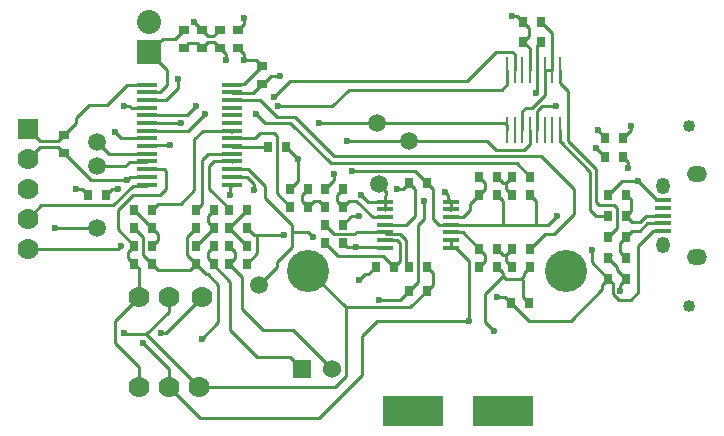
<source format=gbr>
G04 #@! TF.FileFunction,Copper,L1,Top,Signal*
%FSLAX46Y46*%
G04 Gerber Fmt 4.6, Leading zero omitted, Abs format (unit mm)*
G04 Created by KiCad (PCBNEW 4.0.1-stable) date 7/8/2016 12:08:03 PM*
%MOMM*%
G01*
G04 APERTURE LIST*
%ADD10C,0.100000*%
%ADD11C,3.556000*%
%ADD12R,0.254000X2.200000*%
%ADD13R,0.787400X0.863600*%
%ADD14C,1.016000*%
%ADD15R,1.778000X1.778000*%
%ADD16C,1.778000*%
%ADD17R,0.863600X0.787400*%
%ADD18R,1.750000X0.400000*%
%ADD19O,1.150000X1.400000*%
%ADD20O,1.700000X1.325000*%
%ADD21R,1.350000X0.400000*%
%ADD22C,1.500000*%
%ADD23R,1.397000X0.431800*%
%ADD24R,2.032000X2.032000*%
%ADD25O,2.032000X2.032000*%
%ADD26R,5.080000X2.540000*%
%ADD27R,1.524000X1.524000*%
%ADD28C,1.524000*%
%ADD29C,0.600000*%
%ADD30C,0.250000*%
G04 APERTURE END LIST*
D10*
D11*
X17526000Y-4699000D03*
D12*
X12509500Y12319000D03*
X12509500Y7239000D03*
X13144500Y12319000D03*
X13144500Y7239000D03*
X13779500Y12319000D03*
X13779500Y7239000D03*
X14414500Y12319000D03*
X14414500Y7239000D03*
X15049500Y12319000D03*
X15049500Y7239000D03*
X15684500Y12319000D03*
X15684500Y7239000D03*
X16319500Y12319000D03*
X16319500Y7239000D03*
X16954500Y12319000D03*
X16954500Y7239000D03*
D13*
X21082000Y-5334000D03*
X22606000Y-5334000D03*
D14*
X27940000Y7620000D03*
D13*
X-7747000Y5842000D03*
X-6223000Y5842000D03*
X22606000Y-3556000D03*
X21082000Y-3556000D03*
X-1397000Y2286000D03*
X-2921000Y2286000D03*
X22606000Y1778000D03*
X21082000Y1778000D03*
X-17526000Y-1016000D03*
X-19050000Y-1016000D03*
X15367000Y16383000D03*
X13843000Y16383000D03*
D15*
X-28067000Y7366000D03*
D16*
X-28067000Y4826000D03*
X-28067000Y2286000D03*
X-28067000Y-254000D03*
X-28067000Y-2794000D03*
X-18669000Y-14478000D03*
X-16129000Y-14478000D03*
X-13589000Y-14478000D03*
X-13335000Y-6858000D03*
X-16129000Y-6858000D03*
X-18669000Y-6858000D03*
D17*
X-25019000Y6858000D03*
X-25019000Y5334000D03*
D13*
X-1397000Y-2286000D03*
X-2921000Y-2286000D03*
X-2921000Y-762000D03*
X-1397000Y-762000D03*
X5715000Y-4318000D03*
X4191000Y-4318000D03*
X1397000Y-4318000D03*
X2921000Y-4318000D03*
X-19050000Y508000D03*
X-17526000Y508000D03*
X-1397000Y762000D03*
X-2921000Y762000D03*
X12954000Y-2794000D03*
X14478000Y-2794000D03*
X21082000Y-1778000D03*
X22606000Y-1778000D03*
X21082000Y0D03*
X22606000Y0D03*
X10160000Y3302000D03*
X11684000Y3302000D03*
X4191000Y-6350000D03*
X5715000Y-6350000D03*
D18*
X-17951000Y11083000D03*
X-17951000Y10433000D03*
X-17951000Y9783000D03*
X-17951000Y9133000D03*
X-17951000Y8483000D03*
X-17951000Y7833000D03*
X-17951000Y7183000D03*
X-17951000Y6533000D03*
X-17951000Y5883000D03*
X-17951000Y5233000D03*
X-17951000Y4583000D03*
X-17951000Y3933000D03*
X-17951000Y3283000D03*
X-17951000Y2633000D03*
X-10751000Y2633000D03*
X-10751000Y3283000D03*
X-10751000Y3933000D03*
X-10751000Y4583000D03*
X-10751000Y5233000D03*
X-10751000Y5883000D03*
X-10751000Y6533000D03*
X-10751000Y7183000D03*
X-10751000Y7833000D03*
X-10751000Y8483000D03*
X-10751000Y9133000D03*
X-10751000Y9783000D03*
X-10751000Y10433000D03*
X-10751000Y11083000D03*
D19*
X25695000Y-2500000D03*
X25695000Y2500000D03*
D20*
X28595000Y-3500000D03*
X28595000Y3500000D03*
D21*
X25695000Y-1300000D03*
X25695000Y-650000D03*
X25695000Y0D03*
X25695000Y650000D03*
X25695000Y1300000D03*
D13*
X4191000Y2794000D03*
X5715000Y2794000D03*
D17*
X-8255000Y12700000D03*
X-8255000Y11176000D03*
D13*
X15367000Y14732000D03*
X13843000Y14732000D03*
X12954000Y-4318000D03*
X14478000Y-4318000D03*
X10160000Y1778000D03*
X11684000Y1778000D03*
X10160000Y-4318000D03*
X11684000Y-4318000D03*
X12954000Y1778000D03*
X14478000Y1778000D03*
X10160000Y-2794000D03*
X11684000Y-2794000D03*
X12954000Y3302000D03*
X14478000Y3302000D03*
D22*
X-22225000Y-1016000D03*
X-22225000Y6223000D03*
X-22225000Y4191000D03*
X1524000Y7874000D03*
X4191000Y6350000D03*
X-8509000Y-5842000D03*
X1651000Y2667000D03*
D23*
X2159000Y1168400D03*
X2159000Y533400D03*
X2159000Y-127000D03*
X2159000Y-762000D03*
X2159000Y-1422400D03*
X2159000Y-2070100D03*
X2159000Y-2717800D03*
X7747000Y-2717800D03*
X7747000Y-2070100D03*
X7747000Y-1422400D03*
X7747000Y-762000D03*
X7747000Y-114300D03*
X7747000Y533400D03*
X7747000Y1181100D03*
D13*
X-19050000Y-4064000D03*
X-17526000Y-4064000D03*
X-19050000Y-2540000D03*
X-17526000Y-2540000D03*
X20828000Y6604000D03*
X22352000Y6604000D03*
X20828000Y4953000D03*
X22352000Y4953000D03*
X12827000Y-7366000D03*
X14351000Y-7366000D03*
D17*
X-13335000Y14224000D03*
X-13335000Y15748000D03*
X-11811000Y14224000D03*
X-11811000Y15748000D03*
X-10287000Y14224000D03*
X-10287000Y15748000D03*
D13*
X-21463000Y1778000D03*
X-22987000Y1778000D03*
X-4318000Y2286000D03*
X-5842000Y2286000D03*
X-4318000Y762000D03*
X-5842000Y762000D03*
X-12319000Y-1016000D03*
X-13843000Y-1016000D03*
X-11049000Y-1016000D03*
X-9525000Y-1016000D03*
X-12319000Y-4064000D03*
X-13843000Y-4064000D03*
X-11049000Y-4064000D03*
X-9525000Y-4064000D03*
X-12319000Y508000D03*
X-13843000Y508000D03*
X-9525000Y508000D03*
X-11049000Y508000D03*
X-12319000Y-2540000D03*
X-13843000Y-2540000D03*
X-11049000Y-2540000D03*
X-9525000Y-2540000D03*
D24*
X-17780000Y13843000D03*
D25*
X-17780000Y16383000D03*
D17*
X-14859000Y15748000D03*
X-14859000Y14224000D03*
D14*
X27940000Y-7620000D03*
D11*
X-4318000Y-4699000D03*
D26*
X12192000Y-16510000D03*
X4572000Y-16510000D03*
D27*
X-4826000Y-12954000D03*
D28*
X-2286000Y-12954000D03*
D29*
X19685000Y-2921000D03*
X14986000Y10414000D03*
X20193000Y7239000D03*
X20066000Y5715000D03*
X11684000Y-6858000D03*
X-11303000Y13208000D03*
X-9779000Y13208000D03*
X-20447000Y2286000D03*
X-19685000Y3048000D03*
X3175000Y2286000D03*
X-6731000Y11811000D03*
X11430000Y-9779000D03*
X22098000Y-6350000D03*
X16637000Y9271000D03*
X12954000Y16891000D03*
X22987000Y7620000D03*
X22733000Y4064000D03*
X23622000Y2921000D03*
X16764000Y0D03*
X-6350000Y-1651000D03*
X-13335000Y-10414000D03*
X-9779000Y16764000D03*
X-13970000Y16383000D03*
X-5207000Y4826000D03*
X-24003000Y2286000D03*
X-20701000Y7112000D03*
X-25781000Y-1016000D03*
X-635000Y3810000D03*
X-2159000Y3556000D03*
X-10922000Y1778000D03*
X-20193000Y-2540000D03*
X-254000Y-2667000D03*
X-3937000Y-1778000D03*
X-13843000Y9271000D03*
X-6858000Y9271000D03*
X-15113000Y7874000D03*
X-3429000Y7874000D03*
X-7239000Y10033000D03*
X-16002000Y5969000D03*
X-8890000Y2159000D03*
X-1016000Y6350000D03*
X9271000Y-8890000D03*
X-16764000Y-9906000D03*
X-19939000Y9271000D03*
X-18288000Y-10795000D03*
X-19939000Y-9906000D03*
X-15367000Y11557000D03*
X127000Y1778000D03*
X0Y0D03*
X5461000Y1270000D03*
X7239000Y2032000D03*
X0Y-5461000D03*
X1651000Y-7112000D03*
X-8763000Y8636000D03*
X-13081000Y8636000D03*
D30*
X21082000Y-5334000D02*
X21463000Y-5715000D01*
X21463000Y-5715000D02*
X21463000Y-6604000D01*
X24892000Y-1270000D02*
X25665000Y-1270000D01*
X24638000Y-1524000D02*
X24892000Y-1270000D01*
X23622000Y-2540000D02*
X24638000Y-1524000D01*
X23622000Y-6477000D02*
X23622000Y-2540000D01*
X22987000Y-7112000D02*
X23622000Y-6477000D01*
X21971000Y-7112000D02*
X22987000Y-7112000D01*
X21717000Y-6858000D02*
X21971000Y-7112000D01*
X21463000Y-6604000D02*
X21717000Y-6858000D01*
X25665000Y-1270000D02*
X25695000Y-1300000D01*
X21082000Y-5334000D02*
X19685000Y-3937000D01*
X19685000Y-3937000D02*
X19685000Y-2921000D01*
X15049500Y12319000D02*
X15049500Y10477500D01*
X15049500Y10477500D02*
X14986000Y10414000D01*
X20828000Y6604000D02*
X20193000Y7239000D01*
X20828000Y4953000D02*
X20066000Y5715000D01*
X20574000Y-6223000D02*
X20574000Y-5842000D01*
X20574000Y-6223000D02*
X17907000Y-8890000D01*
X17907000Y-8890000D02*
X14351000Y-8890000D01*
X12827000Y-7366000D02*
X14351000Y-8890000D01*
X20574000Y-5842000D02*
X21082000Y-5334000D01*
X15049500Y12319000D02*
X15049500Y14414500D01*
X15049500Y14414500D02*
X15367000Y14732000D01*
X12827000Y-7366000D02*
X12319000Y-6858000D01*
X12319000Y-6858000D02*
X11684000Y-6858000D01*
X-13335000Y14224000D02*
X-12827000Y14732000D01*
X-12319000Y14732000D02*
X-11811000Y14224000D01*
X-12827000Y14732000D02*
X-12319000Y14732000D01*
X-14859000Y14224000D02*
X-14478000Y14605000D01*
X-14478000Y14605000D02*
X-13716000Y14605000D01*
X-13716000Y14605000D02*
X-13335000Y14224000D01*
X-11811000Y14224000D02*
X-11303000Y13716000D01*
X-11303000Y13716000D02*
X-11303000Y13208000D01*
X-10287000Y14224000D02*
X-9779000Y13716000D01*
X-8763000Y13208000D02*
X-9779000Y13208000D01*
X-8763000Y13208000D02*
X-8255000Y12700000D01*
X-9779000Y13716000D02*
X-9779000Y13208000D01*
X-21463000Y1778000D02*
X-20955000Y2286000D01*
X-20955000Y2286000D02*
X-20447000Y2286000D01*
X-25019000Y5334000D02*
X-25527000Y5842000D01*
X-27051000Y5842000D02*
X-28067000Y4826000D01*
X-25527000Y5842000D02*
X-27051000Y5842000D01*
X-25019000Y5334000D02*
X-22733000Y3048000D01*
X-19431000Y3302000D02*
X-19685000Y3048000D01*
X-19431000Y3302000D02*
X-17970000Y3302000D01*
X-22733000Y3048000D02*
X-19685000Y3048000D01*
X-17951000Y3283000D02*
X-17970000Y3302000D01*
X-8255000Y12700000D02*
X-9779000Y11176000D01*
X-9779000Y11176000D02*
X-10658000Y11176000D01*
X-10658000Y11176000D02*
X-10751000Y11083000D01*
X3175000Y2286000D02*
X3683000Y2286000D01*
X3683000Y2286000D02*
X4191000Y2794000D01*
X2159000Y-762000D02*
X3937000Y-762000D01*
X4699000Y2286000D02*
X4699000Y0D01*
X4699000Y0D02*
X3937000Y-762000D01*
X4699000Y2286000D02*
X4191000Y2794000D01*
X-8255000Y11176000D02*
X-8128000Y11176000D01*
X-8128000Y11176000D02*
X-7493000Y11811000D01*
X-7493000Y11811000D02*
X-6731000Y11811000D01*
X22606000Y-5334000D02*
X21844000Y-4572000D01*
X21844000Y-4318000D02*
X21082000Y-3556000D01*
X21844000Y-4572000D02*
X21844000Y-4318000D01*
X12192000Y-5080000D02*
X11176000Y-6096000D01*
X10668000Y-9017000D02*
X11430000Y-9779000D01*
X10668000Y-6604000D02*
X10668000Y-9017000D01*
X11176000Y-6096000D02*
X10668000Y-6604000D01*
X14351000Y-7366000D02*
X13843000Y-6858000D01*
X13843000Y-5461000D02*
X13716000Y-5334000D01*
X13843000Y-6858000D02*
X13843000Y-5461000D01*
X22606000Y-5334000D02*
X22098000Y-5842000D01*
X22098000Y-5842000D02*
X22098000Y-6350000D01*
X15049500Y7239000D02*
X15049500Y8826500D01*
X15494000Y9271000D02*
X16637000Y9271000D01*
X15049500Y8826500D02*
X15494000Y9271000D01*
X13843000Y16383000D02*
X13335000Y16891000D01*
X13335000Y16891000D02*
X12954000Y16891000D01*
X22352000Y6604000D02*
X22987000Y7239000D01*
X22987000Y7239000D02*
X22987000Y7620000D01*
X22352000Y4953000D02*
X22733000Y4572000D01*
X22733000Y4572000D02*
X22733000Y4064000D01*
X14414500Y12319000D02*
X14414500Y14160500D01*
X14414500Y14160500D02*
X13843000Y14732000D01*
X13843000Y16383000D02*
X14351000Y15875000D01*
X14351000Y15240000D02*
X13843000Y14732000D01*
X14351000Y15875000D02*
X14351000Y15240000D01*
X21082000Y1778000D02*
X21844000Y2540000D01*
X23622000Y2921000D02*
X25243000Y1300000D01*
X22225000Y2921000D02*
X23622000Y2921000D01*
X21844000Y2540000D02*
X22225000Y2921000D01*
X25695000Y1300000D02*
X25243000Y1300000D01*
X14351000Y-7366000D02*
X14351000Y-7239000D01*
X11684000Y-4318000D02*
X12192000Y-4826000D01*
X12192000Y-4826000D02*
X12192000Y-5080000D01*
X12192000Y-5080000D02*
X12446000Y-5334000D01*
X12446000Y-5334000D02*
X13716000Y-5334000D01*
X13970000Y-4826000D02*
X14478000Y-4318000D01*
X13843000Y-5207000D02*
X13970000Y-5080000D01*
X13716000Y-5334000D02*
X13843000Y-5207000D01*
X13970000Y-5080000D02*
X13970000Y-4826000D01*
X14478000Y1778000D02*
X14986000Y1270000D01*
X14986000Y1270000D02*
X14986000Y-762000D01*
X11684000Y1778000D02*
X12192000Y1270000D01*
X12192000Y1270000D02*
X12192000Y-762000D01*
X7747000Y-762000D02*
X12192000Y-762000D01*
X12192000Y-762000D02*
X14986000Y-762000D01*
X14986000Y-762000D02*
X16002000Y-762000D01*
X16002000Y-762000D02*
X16764000Y0D01*
X-9525000Y-4064000D02*
X-8636000Y-3175000D01*
X-8636000Y-3175000D02*
X-8636000Y-1651000D01*
X-9525000Y-1016000D02*
X-8890000Y-1651000D01*
X-8890000Y-1651000D02*
X-8636000Y-1651000D01*
X-8636000Y-1651000D02*
X-6350000Y-1651000D01*
X-13843000Y-4064000D02*
X-14605000Y-3302000D01*
X-14605000Y-1778000D02*
X-13843000Y-1016000D01*
X-14605000Y-3302000D02*
X-14605000Y-1778000D01*
X-17526000Y-4064000D02*
X-17018000Y-4572000D01*
X-14351000Y-4572000D02*
X-13843000Y-4064000D01*
X-17018000Y-4572000D02*
X-14351000Y-4572000D01*
X-13843000Y-4064000D02*
X-12954000Y-4953000D01*
X-12954000Y-4953000D02*
X-12827000Y-4953000D01*
X-12827000Y-4953000D02*
X-11938000Y-5842000D01*
X-11938000Y-5842000D02*
X-11938000Y-9017000D01*
X-11938000Y-9017000D02*
X-13335000Y-10414000D01*
X-17526000Y-4064000D02*
X-18288000Y-3302000D01*
X-18288000Y-1778000D02*
X-19050000Y-1016000D01*
X-18288000Y-3302000D02*
X-18288000Y-1778000D01*
X-11811000Y15748000D02*
X-12192000Y15367000D01*
X-12192000Y15367000D02*
X-12319000Y15240000D01*
X-12319000Y15240000D02*
X-12827000Y15240000D01*
X-12827000Y15240000D02*
X-13335000Y15748000D01*
X-10287000Y15748000D02*
X-9779000Y16256000D01*
X-9779000Y16256000D02*
X-9779000Y16764000D01*
X-13970000Y16383000D02*
X-13335000Y15748000D01*
X-5842000Y2286000D02*
X-5207000Y2921000D01*
X-5207000Y4826000D02*
X-6223000Y5842000D01*
X-5207000Y2921000D02*
X-5207000Y4826000D01*
X-22987000Y1778000D02*
X-23495000Y2286000D01*
X-23495000Y2286000D02*
X-24003000Y2286000D01*
X-17951000Y6533000D02*
X-18022000Y6604000D01*
X-18022000Y6604000D02*
X-20193000Y6604000D01*
X-20193000Y6604000D02*
X-20701000Y7112000D01*
X-22225000Y-1016000D02*
X-25781000Y-1016000D01*
X5715000Y2794000D02*
X4699000Y3810000D01*
X4699000Y3810000D02*
X-635000Y3810000D01*
X7747000Y-762000D02*
X6731000Y-762000D01*
X6223000Y2286000D02*
X6223000Y-254000D01*
X6223000Y-254000D02*
X6731000Y-762000D01*
X6223000Y2286000D02*
X5715000Y2794000D01*
X-2921000Y2286000D02*
X-2159000Y3048000D01*
X-2159000Y3048000D02*
X-2159000Y3556000D01*
X-10751000Y10433000D02*
X-10732000Y10414000D01*
X-10732000Y10414000D02*
X-9017000Y10414000D01*
X-9017000Y10414000D02*
X-8255000Y11176000D01*
X21082000Y-3556000D02*
X21336000Y-3302000D01*
X22606000Y-1778000D02*
X22098000Y-2286000D01*
X22098000Y-3048000D02*
X22606000Y-3556000D01*
X22098000Y-2286000D02*
X22098000Y-3048000D01*
X22606000Y-1778000D02*
X23114000Y-1270000D01*
X24369000Y-650000D02*
X25695000Y-650000D01*
X23749000Y-1270000D02*
X24369000Y-650000D01*
X23114000Y-1270000D02*
X23749000Y-1270000D01*
X25695000Y0D02*
X24257000Y0D01*
X23114000Y-508000D02*
X22606000Y0D01*
X23749000Y-508000D02*
X23114000Y-508000D01*
X24257000Y0D02*
X23749000Y-508000D01*
X22606000Y1778000D02*
X22987000Y1397000D01*
X22987000Y1397000D02*
X22987000Y381000D01*
X22987000Y381000D02*
X22606000Y0D01*
X16319500Y12319000D02*
X16319500Y15430500D01*
X16319500Y15430500D02*
X15367000Y16383000D01*
X15684500Y12319000D02*
X16319500Y12319000D01*
X13779500Y7239000D02*
X13779500Y8826500D01*
X15684500Y10223500D02*
X15684500Y12319000D01*
X14605000Y9144000D02*
X15684500Y10223500D01*
X14097000Y9144000D02*
X14605000Y9144000D01*
X13779500Y8826500D02*
X14097000Y9144000D01*
X-19651000Y11083000D02*
X-17951000Y11083000D01*
X-21336000Y9398000D02*
X-19651000Y11083000D01*
X-22860000Y9398000D02*
X-21336000Y9398000D01*
X-24003000Y8255000D02*
X-22860000Y9398000D01*
X-25019000Y6858000D02*
X-24003000Y7874000D01*
X-24003000Y8255000D02*
X-24003000Y7874000D01*
X-25019000Y6858000D02*
X-25527000Y6350000D01*
X-27051000Y6350000D02*
X-28067000Y7366000D01*
X-25527000Y6350000D02*
X-27051000Y6350000D01*
X-17951000Y11083000D02*
X-17985000Y11049000D01*
X-20828000Y889000D02*
X-26924000Y889000D01*
X-19177000Y2540000D02*
X-20828000Y889000D01*
X-26924000Y889000D02*
X-28067000Y-254000D01*
X-17951000Y2633000D02*
X-18044000Y2540000D01*
X-18044000Y2540000D02*
X-19177000Y2540000D01*
X-10922000Y2462000D02*
X-10922000Y1778000D01*
X-20447000Y-2794000D02*
X-28067000Y-2794000D01*
X-20447000Y-2794000D02*
X-20193000Y-2540000D01*
X-10922000Y2462000D02*
X-10751000Y2633000D01*
X-10844000Y2540000D02*
X-10751000Y2633000D01*
X-5715000Y-1397000D02*
X-4318000Y-1397000D01*
X-4318000Y-1397000D02*
X-3937000Y-1778000D01*
X-1397000Y-2286000D02*
X-1016000Y-2667000D01*
X-1016000Y-2667000D02*
X-254000Y-2667000D01*
X-5715000Y-2667000D02*
X-6985000Y-3937000D01*
X-6985000Y-4318000D02*
X-8509000Y-5842000D01*
X-6985000Y-3937000D02*
X-6985000Y-4318000D01*
X-8001000Y2540000D02*
X-8001000Y1524000D01*
X-10747000Y3937000D02*
X-9398000Y3937000D01*
X-9398000Y3937000D02*
X-8001000Y2540000D01*
X-5715000Y-762000D02*
X-5715000Y-1397000D01*
X-5715000Y-1397000D02*
X-5715000Y-2667000D01*
X-8001000Y1524000D02*
X-5715000Y-762000D01*
X-254000Y-2667000D02*
X2108200Y-2667000D01*
X2108200Y-2667000D02*
X2159000Y-2717800D01*
X-10751000Y3933000D02*
X-10747000Y3937000D01*
X-2921000Y-2286000D02*
X-1778000Y-3429000D01*
X2032000Y-3429000D02*
X2921000Y-4318000D01*
X-1778000Y-3429000D02*
X2032000Y-3429000D01*
X2159000Y-2070100D02*
X2197100Y-2032000D01*
X2197100Y-2032000D02*
X3175000Y-2032000D01*
X3175000Y-2032000D02*
X3429000Y-2286000D01*
X3429000Y-2286000D02*
X3429000Y-3810000D01*
X3429000Y-3810000D02*
X2921000Y-4318000D01*
X2159000Y-1422400D02*
X-279400Y-1422400D01*
X-2286000Y-1397000D02*
X-2159000Y-1524000D01*
X-2159000Y-1524000D02*
X-381000Y-1524000D01*
X-2286000Y-1397000D02*
X-2921000Y-762000D01*
X-279400Y-1422400D02*
X-381000Y-1524000D01*
X2159000Y-1422400D02*
X2260600Y-1524000D01*
X2260600Y-1524000D02*
X3429000Y-1524000D01*
X3429000Y-1524000D02*
X3937000Y-2032000D01*
X3937000Y-2032000D02*
X3937000Y-4064000D01*
X3937000Y-4064000D02*
X4191000Y-4318000D01*
X16954500Y12319000D02*
X16954500Y11239500D01*
X16954500Y11239500D02*
X17653000Y10541000D01*
X17653000Y10541000D02*
X17653000Y6350000D01*
X17653000Y6350000D02*
X20066000Y3937000D01*
X20066000Y3937000D02*
X20066000Y1143000D01*
X20066000Y1143000D02*
X20320000Y889000D01*
X20320000Y889000D02*
X21590000Y889000D01*
X21590000Y889000D02*
X21844000Y635000D01*
X21844000Y635000D02*
X21844000Y-1016000D01*
X21844000Y-1016000D02*
X21082000Y-1778000D01*
X19558000Y1524000D02*
X19558000Y508000D01*
X19558000Y3683000D02*
X19558000Y1524000D01*
X16954500Y6286500D02*
X19558000Y3683000D01*
X20066000Y0D02*
X21082000Y0D01*
X19558000Y508000D02*
X20066000Y0D01*
X16954500Y7239000D02*
X16954500Y6286500D01*
X-889000Y10668000D02*
X12065000Y10668000D01*
X-17925000Y8509000D02*
X-14605000Y8509000D01*
X-13843000Y9271000D02*
X-14605000Y8509000D01*
X-2286000Y9271000D02*
X-6858000Y9271000D01*
X-889000Y10668000D02*
X-2286000Y9271000D01*
X12509500Y11112500D02*
X12509500Y12319000D01*
X12065000Y10668000D02*
X12509500Y11112500D01*
X-17925000Y8509000D02*
X-17951000Y8483000D01*
X1524000Y7874000D02*
X12319000Y7874000D01*
X12319000Y7874000D02*
X12509500Y7683500D01*
X12509500Y7683500D02*
X12509500Y7239000D01*
X1524000Y7874000D02*
X-3429000Y7874000D01*
X-17910000Y7874000D02*
X-15113000Y7874000D01*
X-17951000Y7833000D02*
X-17992000Y7874000D01*
X-17910000Y7874000D02*
X-17951000Y7833000D01*
X13144500Y12319000D02*
X13144500Y13652500D01*
X-5842000Y11430000D02*
X-7239000Y10033000D01*
X-16002000Y5969000D02*
X-17865000Y5969000D01*
X9144000Y11430000D02*
X-5842000Y11430000D01*
X11557000Y13843000D02*
X9144000Y11430000D01*
X12954000Y13843000D02*
X11557000Y13843000D01*
X13144500Y13652500D02*
X12954000Y13843000D01*
X-17865000Y5969000D02*
X-17951000Y5883000D01*
X4191000Y6350000D02*
X10795000Y6350000D01*
X14414500Y6032500D02*
X14414500Y7239000D01*
X13970000Y5588000D02*
X14414500Y6032500D01*
X11557000Y5588000D02*
X13970000Y5588000D01*
X10795000Y6350000D02*
X11557000Y5588000D01*
X4191000Y6350000D02*
X-1016000Y6350000D01*
X-8890000Y2159000D02*
X-8890000Y2667000D01*
X-9506000Y3283000D02*
X-10751000Y3283000D01*
X-8890000Y2667000D02*
X-9506000Y3283000D01*
X-12192000Y-17145000D02*
X-3429000Y-17145000D01*
X-12192000Y-17145000D02*
X-13462000Y-17145000D01*
X-16129000Y-14478000D02*
X-13462000Y-17145000D01*
X1524000Y-8890000D02*
X9271000Y-8890000D01*
X254000Y-10160000D02*
X1524000Y-8890000D01*
X254000Y-13462000D02*
X254000Y-10160000D01*
X-3429000Y-17145000D02*
X254000Y-13462000D01*
X9271000Y-3810000D02*
X9271000Y-8890000D01*
X8178800Y-2717800D02*
X9271000Y-3810000D01*
X7747000Y-2717800D02*
X8178800Y-2717800D01*
X-16383000Y-9906000D02*
X-13335000Y-6858000D01*
X-16764000Y-9906000D02*
X-16383000Y-9906000D01*
X-19939000Y9271000D02*
X-19431000Y9271000D01*
X-19431000Y9271000D02*
X-19304000Y9144000D01*
X-17962000Y9144000D02*
X-19304000Y9144000D01*
X-16129000Y-12954000D02*
X-16129000Y-14478000D01*
X-18288000Y-10795000D02*
X-16129000Y-12954000D01*
X-17962000Y9144000D02*
X-17951000Y9133000D01*
X7747000Y-2070100D02*
X7747000Y-2717800D01*
X-1143000Y-7747000D02*
X-1143000Y-13589000D01*
X-2032000Y-14478000D02*
X-13589000Y-14478000D01*
X-1143000Y-13589000D02*
X-2032000Y-14478000D01*
X5715000Y-6350000D02*
X4318000Y-7747000D01*
X-1143000Y-7747000D02*
X-3556000Y-5334000D01*
X4318000Y-7747000D02*
X-1143000Y-7747000D01*
X-17951000Y9783000D02*
X-16379000Y9783000D01*
X-19939000Y-9906000D02*
X-19812000Y-10033000D01*
X-19812000Y-10033000D02*
X-18034000Y-10033000D01*
X-15367000Y10795000D02*
X-15367000Y11557000D01*
X-16379000Y9783000D02*
X-15367000Y10795000D01*
X-16129000Y-6858000D02*
X-16129000Y-8128000D01*
X-16129000Y-8128000D02*
X-18034000Y-10033000D01*
X-18034000Y-10033000D02*
X-13589000Y-14478000D01*
X5715000Y-4318000D02*
X6223000Y-4826000D01*
X6223000Y-5842000D02*
X5715000Y-6350000D01*
X6223000Y-4826000D02*
X6223000Y-5842000D01*
X-17955000Y9779000D02*
X-17951000Y9783000D01*
X-10751000Y5883000D02*
X-10710000Y5842000D01*
X-10710000Y5842000D02*
X-7747000Y5842000D01*
X2159000Y-127000D02*
X1143000Y-127000D01*
X-889000Y1270000D02*
X-1397000Y762000D01*
X-254000Y1270000D02*
X-889000Y1270000D01*
X1143000Y-127000D02*
X-254000Y1270000D01*
X-1397000Y762000D02*
X-1905000Y1270000D01*
X-1905000Y1778000D02*
X-1397000Y2286000D01*
X-1905000Y1270000D02*
X-1905000Y1778000D01*
X12954000Y-2794000D02*
X12446000Y-3302000D01*
X12446000Y-3302000D02*
X12446000Y-3810000D01*
X12446000Y-3810000D02*
X12954000Y-4318000D01*
X11684000Y-2794000D02*
X12192000Y-3302000D01*
X12192000Y-3302000D02*
X12446000Y-3302000D01*
X7747000Y-114300D02*
X8775700Y-114300D01*
X9398000Y1016000D02*
X10160000Y1778000D01*
X9398000Y508000D02*
X9398000Y1016000D01*
X8775700Y-114300D02*
X9398000Y508000D01*
X10160000Y3302000D02*
X10668000Y2794000D01*
X10668000Y2794000D02*
X10668000Y2286000D01*
X10668000Y2286000D02*
X10160000Y1778000D01*
X7747000Y-114300D02*
X7759700Y-127000D01*
X10160000Y-2794000D02*
X10668000Y-3302000D01*
X10668000Y-3810000D02*
X10160000Y-4318000D01*
X10668000Y-3302000D02*
X10668000Y-3810000D01*
X7747000Y-1422400D02*
X8788400Y-1422400D01*
X8788400Y-1422400D02*
X10160000Y-2794000D01*
X7747000Y-1422400D02*
X7772400Y-1397000D01*
X12954000Y3302000D02*
X12446000Y2794000D01*
X12446000Y2794000D02*
X12446000Y2286000D01*
X12446000Y2286000D02*
X12954000Y1778000D01*
X11684000Y3302000D02*
X12192000Y2794000D01*
X12192000Y2794000D02*
X12446000Y2794000D01*
X1651000Y2667000D02*
X2286000Y2032000D01*
X2159000Y1651000D02*
X2159000Y1168400D01*
X2286000Y1778000D02*
X2159000Y1651000D01*
X2286000Y2032000D02*
X2286000Y1778000D01*
X-1397000Y-762000D02*
X-762000Y-127000D01*
X736600Y1168400D02*
X2159000Y1168400D01*
X127000Y1778000D02*
X736600Y1168400D01*
X-635000Y0D02*
X0Y0D01*
X-762000Y-127000D02*
X-635000Y0D01*
X2159000Y533400D02*
X2184400Y508000D01*
X2159000Y1168400D02*
X2159000Y533400D01*
X1651000Y-7112000D02*
X3429000Y-7112000D01*
X3429000Y-7112000D02*
X4191000Y-6350000D01*
X4191000Y-6350000D02*
X4953000Y-5588000D01*
X4953000Y-5588000D02*
X4953000Y-762000D01*
X4953000Y-762000D02*
X5461000Y-254000D01*
X5461000Y-254000D02*
X5461000Y1270000D01*
X7239000Y2032000D02*
X7493000Y1778000D01*
X7493000Y1778000D02*
X7493000Y1435100D01*
X7493000Y1435100D02*
X7747000Y1181100D01*
X762000Y-4953000D02*
X1397000Y-4318000D01*
X508000Y-4953000D02*
X762000Y-4953000D01*
X0Y-5461000D02*
X508000Y-4953000D01*
X7747000Y533400D02*
X7721600Y508000D01*
X7747000Y1181100D02*
X7747000Y533400D01*
X16510000Y-1524000D02*
X15748000Y-1524000D01*
X-6985000Y8382000D02*
X-8386000Y9783000D01*
X-10751000Y9783000D02*
X-8386000Y9783000D01*
X-5461000Y8382000D02*
X-2159000Y5080000D01*
X-2159000Y5080000D02*
X15367000Y5080000D01*
X15367000Y5080000D02*
X18161000Y2286000D01*
X18161000Y2286000D02*
X18161000Y127000D01*
X16510000Y-1524000D02*
X18161000Y127000D01*
X-5461000Y8382000D02*
X-6985000Y8382000D01*
X15748000Y-1524000D02*
X14478000Y-2794000D01*
X-2413000Y4445000D02*
X13335000Y4445000D01*
X-17951000Y7183000D02*
X-14534000Y7183000D01*
X-2413000Y4445000D02*
X-5842000Y7874000D01*
X-8001000Y7874000D02*
X-5842000Y7874000D01*
X-8763000Y8636000D02*
X-8001000Y7874000D01*
X-14534000Y7183000D02*
X-13081000Y8636000D01*
X13335000Y4445000D02*
X14478000Y3302000D01*
X-17951000Y5233000D02*
X-17977000Y5207000D01*
X-17977000Y5207000D02*
X-21209000Y5207000D01*
X-21209000Y5207000D02*
X-22225000Y6223000D01*
X-17951000Y4583000D02*
X-17962000Y4572000D01*
X-17962000Y4572000D02*
X-19431000Y4572000D01*
X-19431000Y4572000D02*
X-19812000Y4191000D01*
X-19812000Y4191000D02*
X-22225000Y4191000D01*
X-19050000Y508000D02*
X-17526000Y-1016000D01*
X-17526000Y-2540000D02*
X-17018000Y-2032000D01*
X-17018000Y-1524000D02*
X-17526000Y-1016000D01*
X-17018000Y-2032000D02*
X-17018000Y-1524000D01*
X-17526000Y508000D02*
X-17018000Y1016000D01*
X-13264000Y7183000D02*
X-10751000Y7183000D01*
X-13970000Y6477000D02*
X-13264000Y7183000D01*
X-13970000Y2159000D02*
X-13970000Y6477000D01*
X-15113000Y1016000D02*
X-13970000Y2159000D01*
X-17018000Y1016000D02*
X-15113000Y1016000D01*
X-10822000Y7112000D02*
X-10751000Y7183000D01*
X-10807000Y7239000D02*
X-10751000Y7183000D01*
X-5842000Y762000D02*
X-6985000Y1905000D01*
X-8834000Y6533000D02*
X-10751000Y6533000D01*
X-8382000Y6985000D02*
X-8834000Y6533000D01*
X-7239000Y6985000D02*
X-8382000Y6985000D01*
X-6985000Y6731000D02*
X-7239000Y6985000D01*
X-6985000Y1905000D02*
X-6985000Y6731000D01*
X-4318000Y762000D02*
X-3810000Y1270000D01*
X-3429000Y1270000D02*
X-2921000Y762000D01*
X-3810000Y1270000D02*
X-3429000Y1270000D01*
X-4318000Y2286000D02*
X-4826000Y1778000D01*
X-4826000Y1270000D02*
X-4318000Y762000D01*
X-4826000Y1778000D02*
X-4826000Y1270000D01*
X-19050000Y-4064000D02*
X-18669000Y-4445000D01*
X-18669000Y-4445000D02*
X-18669000Y-6858000D01*
X-19050000Y-2540000D02*
X-19558000Y-3048000D01*
X-19558000Y-3556000D02*
X-19050000Y-4064000D01*
X-19558000Y-3048000D02*
X-19558000Y-3556000D01*
X-19050000Y-2540000D02*
X-20447000Y-1143000D01*
X-16506000Y3933000D02*
X-17951000Y3933000D01*
X-16383000Y3810000D02*
X-16506000Y3933000D01*
X-16383000Y2286000D02*
X-16383000Y3810000D01*
X-16891000Y1778000D02*
X-16383000Y2286000D01*
X-19177000Y1778000D02*
X-16891000Y1778000D01*
X-20447000Y508000D02*
X-19177000Y1778000D01*
X-20447000Y-1143000D02*
X-20447000Y508000D01*
X-18669000Y-14478000D02*
X-18669000Y-12827000D01*
X-20701000Y-8890000D02*
X-18669000Y-6858000D01*
X-20701000Y-10795000D02*
X-20701000Y-8890000D01*
X-18669000Y-12827000D02*
X-20701000Y-10795000D01*
X-12319000Y-1016000D02*
X-13843000Y-2540000D01*
X-12319000Y508000D02*
X-12827000Y0D01*
X-12827000Y-508000D02*
X-12319000Y-1016000D01*
X-12827000Y0D02*
X-12827000Y-508000D01*
X-9525000Y-2540000D02*
X-11049000Y-1016000D01*
X-11049000Y-1016000D02*
X-9525000Y508000D01*
X-8636000Y-11938000D02*
X-5842000Y-11938000D01*
X-12319000Y-4191000D02*
X-10922000Y-5588000D01*
X-10922000Y-5588000D02*
X-10922000Y-9652000D01*
X-10922000Y-9652000D02*
X-8636000Y-11938000D01*
X-5842000Y-11938000D02*
X-4826000Y-12954000D01*
X-12319000Y-4064000D02*
X-12319000Y-4191000D01*
X-12319000Y-2540000D02*
X-12827000Y-3048000D01*
X-12827000Y-3556000D02*
X-12319000Y-4064000D01*
X-12827000Y-3048000D02*
X-12827000Y-3556000D01*
X-2286000Y-12954000D02*
X-3556000Y-11684000D01*
X-5588000Y-9652000D02*
X-3556000Y-11684000D01*
X-8128000Y-9652000D02*
X-5588000Y-9652000D01*
X-9906000Y-5207000D02*
X-9906000Y-7874000D01*
X-9906000Y-7874000D02*
X-8128000Y-9652000D01*
X-9906000Y-5207000D02*
X-11049000Y-4064000D01*
X-11049000Y-2540000D02*
X-10541000Y-3048000D01*
X-10541000Y-3556000D02*
X-11049000Y-4064000D01*
X-10541000Y-3048000D02*
X-10541000Y-3556000D01*
X-11049000Y508000D02*
X-11049000Y635000D01*
X-11049000Y635000D02*
X-12700000Y2286000D01*
X-12700000Y2286000D02*
X-12700000Y4191000D01*
X-12700000Y4191000D02*
X-12308000Y4583000D01*
X-12308000Y4583000D02*
X-10751000Y4583000D01*
X-10762000Y4572000D02*
X-10751000Y4583000D01*
X-13843000Y508000D02*
X-13335000Y1016000D01*
X-12801000Y5233000D02*
X-10751000Y5233000D01*
X-13335000Y4699000D02*
X-12801000Y5233000D01*
X-13335000Y1016000D02*
X-13335000Y4699000D01*
X-10777000Y5207000D02*
X-10751000Y5233000D01*
X-17951000Y10433000D02*
X-16872000Y10433000D01*
X-16256000Y12319000D02*
X-17780000Y13843000D01*
X-16256000Y11049000D02*
X-16256000Y12319000D01*
X-16872000Y10433000D02*
X-16256000Y11049000D01*
X-17780000Y13843000D02*
X-16637000Y14986000D01*
X-15621000Y14986000D02*
X-14859000Y15748000D01*
X-16637000Y14986000D02*
X-15621000Y14986000D01*
M02*

</source>
